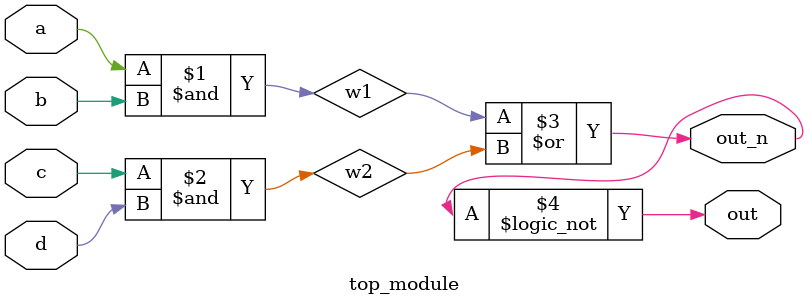
<source format=v>

module top_module(
    input a,
    input b,
    input c,
    input d,
    output out,
    output out_n); 
    wire w1,w2;
    assign w1=a&b,w2=c&d;
    assign out=!(w1|w2);
    assign out_n=~out;
endmodule

</source>
